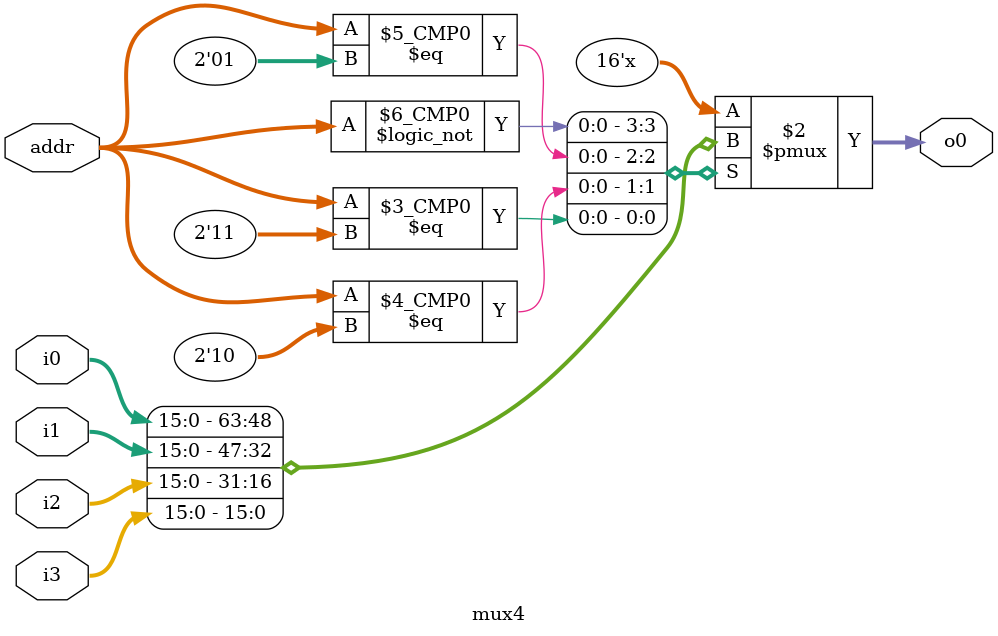
<source format=v>
`timescale 1ns / 1ps

module mux2(
    input wire addr,
    
    input wire [15 : 0] i0,
    input wire [15 : 0] i1,
    
    output reg [15 : 0] o0
    );

always@(*)
    begin
    
    o0 = addr? i1 : i0; 
    
    end

endmodule

module mux4(
    input wire [1 : 0] addr,
    
    input wire [15 : 0] i0,
    input wire [15 : 0] i1,
    input wire [15 : 0] i2,
    input wire [15 : 0] i3,
    
    output reg [15 : 0] o0
    );

always@(*)
    begin
    
    case (addr)
    
    0: o0 = i0;
    1: o0 = i1;
    2: o0 = i2;
    3: o0 = i3;
    
    endcase
    
    end

endmodule

</source>
